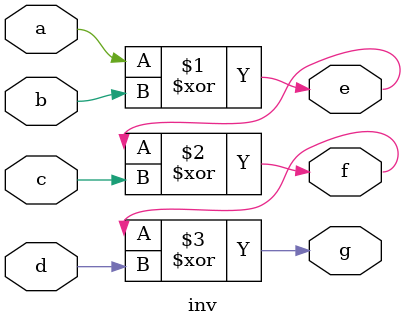
<source format=v>
`timescale 1ns / 1ps

module inv(a, b, c, d, e, f, g);
input a, b, c, d;
output e, f, g;

assign e=a^b;
assign f=e^c;
assign g = f^d;
endmodule

</source>
